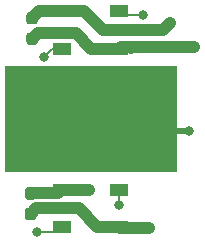
<source format=gtl>
G04 #@! TF.GenerationSoftware,KiCad,Pcbnew,5.1.10-88a1d61d58~88~ubuntu20.04.1*
G04 #@! TF.CreationDate,2021-05-03T06:19:38-04:00*
G04 #@! TF.ProjectId,SpaceCenter_TouchBoard_KiCAD,53706163-6543-4656-9e74-65725f546f75,rev?*
G04 #@! TF.SameCoordinates,Original*
G04 #@! TF.FileFunction,Copper,L1,Top*
G04 #@! TF.FilePolarity,Positive*
%FSLAX46Y46*%
G04 Gerber Fmt 4.6, Leading zero omitted, Abs format (unit mm)*
G04 Created by KiCad (PCBNEW 5.1.10-88a1d61d58~88~ubuntu20.04.1) date 2021-05-03 06:19:38*
%MOMM*%
%LPD*%
G01*
G04 APERTURE LIST*
G04 #@! TA.AperFunction,SMDPad,CuDef*
%ADD10R,1.500000X1.000000*%
G04 #@! TD*
G04 #@! TA.AperFunction,SMDPad,CuDef*
%ADD11R,14.605000X9.000000*%
G04 #@! TD*
G04 #@! TA.AperFunction,ViaPad*
%ADD12C,0.800000*%
G04 #@! TD*
G04 #@! TA.AperFunction,Conductor*
%ADD13C,1.000000*%
G04 #@! TD*
G04 #@! TA.AperFunction,Conductor*
%ADD14C,0.160000*%
G04 #@! TD*
G04 #@! TA.AperFunction,Conductor*
%ADD15C,0.500000*%
G04 #@! TD*
G04 APERTURE END LIST*
G04 #@! TA.AperFunction,SMDPad,CuDef*
G36*
G01*
X131969500Y-87500000D02*
X132444500Y-87500000D01*
G75*
G02*
X132682000Y-87737500I0J-237500D01*
G01*
X132682000Y-88312500D01*
G75*
G02*
X132444500Y-88550000I-237500J0D01*
G01*
X131969500Y-88550000D01*
G75*
G02*
X131732000Y-88312500I0J237500D01*
G01*
X131732000Y-87737500D01*
G75*
G02*
X131969500Y-87500000I237500J0D01*
G01*
G37*
G04 #@! TD.AperFunction*
G04 #@! TA.AperFunction,SMDPad,CuDef*
G36*
G01*
X131969500Y-89250000D02*
X132444500Y-89250000D01*
G75*
G02*
X132682000Y-89487500I0J-237500D01*
G01*
X132682000Y-90062500D01*
G75*
G02*
X132444500Y-90300000I-237500J0D01*
G01*
X131969500Y-90300000D01*
G75*
G02*
X131732000Y-90062500I0J237500D01*
G01*
X131732000Y-89487500D01*
G75*
G02*
X131969500Y-89250000I237500J0D01*
G01*
G37*
G04 #@! TD.AperFunction*
G04 #@! TA.AperFunction,SMDPad,CuDef*
G36*
G01*
X131842500Y-104095000D02*
X132317500Y-104095000D01*
G75*
G02*
X132555000Y-104332500I0J-237500D01*
G01*
X132555000Y-104907500D01*
G75*
G02*
X132317500Y-105145000I-237500J0D01*
G01*
X131842500Y-105145000D01*
G75*
G02*
X131605000Y-104907500I0J237500D01*
G01*
X131605000Y-104332500D01*
G75*
G02*
X131842500Y-104095000I237500J0D01*
G01*
G37*
G04 #@! TD.AperFunction*
G04 #@! TA.AperFunction,SMDPad,CuDef*
G36*
G01*
X131842500Y-102345000D02*
X132317500Y-102345000D01*
G75*
G02*
X132555000Y-102582500I0J-237500D01*
G01*
X132555000Y-103157500D01*
G75*
G02*
X132317500Y-103395000I-237500J0D01*
G01*
X131842500Y-103395000D01*
G75*
G02*
X131605000Y-103157500I0J237500D01*
G01*
X131605000Y-102582500D01*
G75*
G02*
X131842500Y-102345000I237500J0D01*
G01*
G37*
G04 #@! TD.AperFunction*
D10*
X139610000Y-105740000D03*
X139610000Y-102540000D03*
X134710000Y-105740000D03*
X134710000Y-102540000D03*
X134710000Y-87427000D03*
X134710000Y-90627000D03*
X139610000Y-87427000D03*
X139610000Y-90627000D03*
D11*
X137210800Y-96583500D03*
D12*
X137033000Y-102616000D03*
X143891000Y-88455500D03*
X145923000Y-90487500D03*
X142113000Y-105791000D03*
X141605000Y-87757000D03*
X132588000Y-106172000D03*
X141859000Y-97663000D03*
X145478500Y-97599500D03*
X139573000Y-103886000D03*
X133223000Y-91313000D03*
D13*
X134786000Y-102616000D02*
X134710000Y-102540000D01*
X137033000Y-102616000D02*
X134786000Y-102616000D01*
X134380000Y-102870000D02*
X134710000Y-102540000D01*
X132080000Y-102870000D02*
X134380000Y-102870000D01*
X143891000Y-88455500D02*
X143319500Y-89027000D01*
X143319500Y-89027000D02*
X138176000Y-89027000D01*
X136576000Y-87427000D02*
X134710000Y-87427000D01*
X138176000Y-89027000D02*
X136576000Y-87427000D01*
X132805000Y-87427000D02*
X132207000Y-88025000D01*
X134710000Y-87427000D02*
X132805000Y-87427000D01*
X140624500Y-90487500D02*
X140589000Y-90523000D01*
X139661000Y-105791000D02*
X139610000Y-105740000D01*
X142113000Y-105791000D02*
X139661000Y-105791000D01*
X132080000Y-104620000D02*
X132560000Y-104140000D01*
X132560000Y-104140000D02*
X136144000Y-104140000D01*
X137744000Y-105740000D02*
X139610000Y-105740000D01*
X136144000Y-104140000D02*
X137744000Y-105740000D01*
X145923000Y-90487500D02*
X140624500Y-90487500D01*
X139610000Y-90627000D02*
X137236000Y-90627000D01*
X137236000Y-90627000D02*
X135890000Y-89281000D01*
X132701000Y-89281000D02*
X132207000Y-89775000D01*
X135890000Y-89281000D02*
X132701000Y-89281000D01*
X139749500Y-90487500D02*
X139610000Y-90627000D01*
X140624500Y-90487500D02*
X139749500Y-90487500D01*
D14*
X139940000Y-87757000D02*
X139610000Y-87427000D01*
X141605000Y-87757000D02*
X139940000Y-87757000D01*
X134278000Y-106172000D02*
X134710000Y-105740000D01*
X132588000Y-106172000D02*
X134278000Y-106172000D01*
D15*
X141922500Y-97599500D02*
X141859000Y-97663000D01*
X145478500Y-97599500D02*
X141922500Y-97599500D01*
D14*
X133909000Y-90627000D02*
X133223000Y-91313000D01*
X134710000Y-90627000D02*
X133909000Y-90627000D01*
X139573000Y-102577000D02*
X139610000Y-102540000D01*
X139573000Y-103886000D02*
X139573000Y-102577000D01*
M02*

</source>
